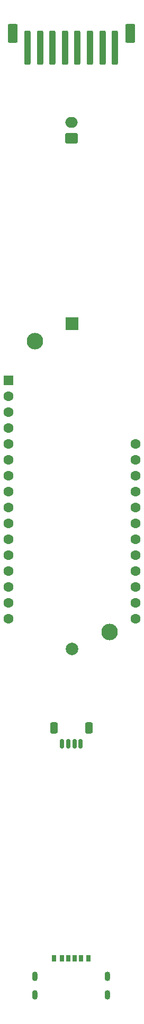
<source format=gbr>
%TF.GenerationSoftware,KiCad,Pcbnew,(6.0.4-0)*%
%TF.CreationDate,2022-11-29T11:04:19+01:00*%
%TF.ProjectId,ControllerBoard,436f6e74-726f-46c6-9c65-72426f617264,rev?*%
%TF.SameCoordinates,Original*%
%TF.FileFunction,Soldermask,Top*%
%TF.FilePolarity,Negative*%
%FSLAX46Y46*%
G04 Gerber Fmt 4.6, Leading zero omitted, Abs format (unit mm)*
G04 Created by KiCad (PCBNEW (6.0.4-0)) date 2022-11-29 11:04:19*
%MOMM*%
%LPD*%
G01*
G04 APERTURE LIST*
G04 Aperture macros list*
%AMRoundRect*
0 Rectangle with rounded corners*
0 $1 Rounding radius*
0 $2 $3 $4 $5 $6 $7 $8 $9 X,Y pos of 4 corners*
0 Add a 4 corners polygon primitive as box body*
4,1,4,$2,$3,$4,$5,$6,$7,$8,$9,$2,$3,0*
0 Add four circle primitives for the rounded corners*
1,1,$1+$1,$2,$3*
1,1,$1+$1,$4,$5*
1,1,$1+$1,$6,$7*
1,1,$1+$1,$8,$9*
0 Add four rect primitives between the rounded corners*
20,1,$1+$1,$2,$3,$4,$5,0*
20,1,$1+$1,$4,$5,$6,$7,0*
20,1,$1+$1,$6,$7,$8,$9,0*
20,1,$1+$1,$8,$9,$2,$3,0*%
G04 Aperture macros list end*
%ADD10RoundRect,0.250000X0.750000X-0.600000X0.750000X0.600000X-0.750000X0.600000X-0.750000X-0.600000X0*%
%ADD11O,2.000000X1.700000*%
%ADD12RoundRect,0.150000X-0.150000X-0.625000X0.150000X-0.625000X0.150000X0.625000X-0.150000X0.625000X0*%
%ADD13RoundRect,0.250000X-0.350000X-0.650000X0.350000X-0.650000X0.350000X0.650000X-0.350000X0.650000X0*%
%ADD14R,1.600000X1.600000*%
%ADD15C,1.600000*%
%ADD16R,0.700000X1.050000*%
%ADD17R,0.760000X1.050000*%
%ADD18R,0.800000X1.050000*%
%ADD19O,0.900000X1.500000*%
%ADD20RoundRect,0.250000X-0.250000X-2.500000X0.250000X-2.500000X0.250000X2.500000X-0.250000X2.500000X0*%
%ADD21RoundRect,0.250000X-0.550000X-1.250000X0.550000X-1.250000X0.550000X1.250000X-0.550000X1.250000X0*%
%ADD22C,2.640000*%
%ADD23R,2.000000X2.000000*%
%ADD24C,2.000000*%
G04 APERTURE END LIST*
D10*
%TO.C,X1*%
X110650000Y-37050000D03*
D11*
X110650000Y-34550000D03*
%TD*%
D12*
%TO.C,CONN1*%
X109150000Y-133875000D03*
X110150000Y-133875000D03*
X111150000Y-133875000D03*
X112150000Y-133875000D03*
D13*
X113450000Y-131350000D03*
X107850000Y-131350000D03*
%TD*%
D14*
%TO.C,A1*%
X100597500Y-75750000D03*
D15*
X100597500Y-78290000D03*
X100597500Y-80830000D03*
X100597500Y-83370000D03*
X100597500Y-85910000D03*
X100597500Y-88450000D03*
X100597500Y-90990000D03*
X100597500Y-93530000D03*
X100597500Y-96070000D03*
X100597500Y-98610000D03*
X100597500Y-101150000D03*
X100597500Y-103690000D03*
X100597500Y-106230000D03*
X100597500Y-108770000D03*
X100597500Y-111310000D03*
X100597500Y-113850000D03*
X120917500Y-113850000D03*
X120917500Y-111310000D03*
X120917500Y-108770000D03*
X120917500Y-106230000D03*
X120917500Y-103690000D03*
X120917500Y-101150000D03*
X120917500Y-98610000D03*
X120917500Y-96070000D03*
X120917500Y-93530000D03*
X120917500Y-90990000D03*
X120917500Y-88450000D03*
X120917500Y-85910000D03*
%TD*%
D16*
%TO.C,J2*%
X110150000Y-168175000D03*
D17*
X112170000Y-168175000D03*
D18*
X113400000Y-168175000D03*
D16*
X111150000Y-168175000D03*
D17*
X109130000Y-168175000D03*
D18*
X107900000Y-168175000D03*
D19*
X104850000Y-174000000D03*
X116450000Y-174000000D03*
X104850000Y-171000000D03*
X116450000Y-171000000D03*
%TD*%
D20*
%TO.C,J1*%
X103650000Y-22600000D03*
X105650000Y-22600000D03*
X107650000Y-22600000D03*
X109650000Y-22600000D03*
X111650000Y-22600000D03*
X113650000Y-22600000D03*
X115650000Y-22600000D03*
X117650000Y-22600000D03*
D21*
X101250000Y-20350000D03*
X120050000Y-20350000D03*
%TD*%
D22*
%TO.C,BT1*%
X104805000Y-69500000D03*
X116795000Y-115980000D03*
D23*
X110800000Y-66750000D03*
D24*
X110800000Y-118740000D03*
%TD*%
M02*

</source>
